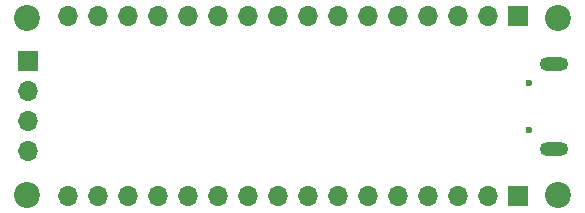
<source format=gbs>
G04 #@! TF.GenerationSoftware,KiCad,Pcbnew,7.0.7*
G04 #@! TF.CreationDate,2023-09-06T15:40:30-04:00*
G04 #@! TF.ProjectId,stm8l151k6t6_board,73746d38-6c31-4353-916b-3674365f626f,rev?*
G04 #@! TF.SameCoordinates,Original*
G04 #@! TF.FileFunction,Soldermask,Bot*
G04 #@! TF.FilePolarity,Negative*
%FSLAX46Y46*%
G04 Gerber Fmt 4.6, Leading zero omitted, Abs format (unit mm)*
G04 Created by KiCad (PCBNEW 7.0.7) date 2023-09-06 15:40:30*
%MOMM*%
%LPD*%
G01*
G04 APERTURE LIST*
%ADD10C,0.600000*%
%ADD11O,2.400000X1.200000*%
%ADD12C,2.200000*%
%ADD13R,1.700000X1.700000*%
%ADD14O,1.700000X1.700000*%
G04 APERTURE END LIST*
D10*
X156984315Y-115000000D03*
X156984315Y-111000000D03*
D11*
X159125032Y-116575057D03*
X159125032Y-109424943D03*
D12*
X114500000Y-120500000D03*
X114500000Y-105500000D03*
X159500000Y-105500000D03*
X159500000Y-120500000D03*
D13*
X114600000Y-109150000D03*
D14*
X114600000Y-111690000D03*
X114600000Y-114230000D03*
X114600000Y-116770000D03*
D13*
X156050000Y-120600000D03*
D14*
X153510000Y-120600000D03*
X150970000Y-120600000D03*
X148430000Y-120600000D03*
X145890000Y-120600000D03*
X143350000Y-120600000D03*
X140810000Y-120600000D03*
X138270000Y-120600000D03*
X135730000Y-120600000D03*
X133190000Y-120600000D03*
X130650000Y-120600000D03*
X128110000Y-120600000D03*
X125570000Y-120600000D03*
X123030000Y-120600000D03*
X120490000Y-120600000D03*
X117950000Y-120600000D03*
D13*
X156050000Y-105380000D03*
D14*
X153510000Y-105380000D03*
X150970000Y-105380000D03*
X148430000Y-105380000D03*
X145890000Y-105380000D03*
X143350000Y-105380000D03*
X140810000Y-105380000D03*
X138270000Y-105380000D03*
X135730000Y-105380000D03*
X133190000Y-105380000D03*
X130650000Y-105380000D03*
X128110000Y-105380000D03*
X125570000Y-105380000D03*
X123030000Y-105380000D03*
X120490000Y-105380000D03*
X117950000Y-105380000D03*
M02*

</source>
